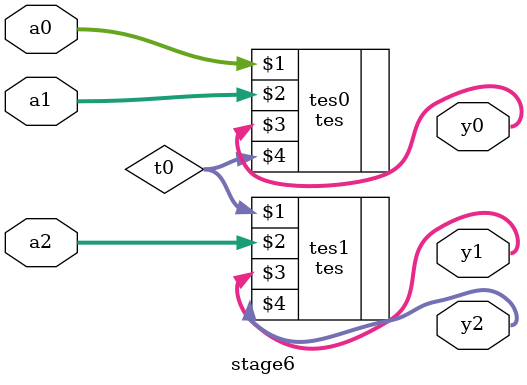
<source format=sv>
/*
	Author : Vishnu Prakash Bharadwaj
	Module : stage6.sv
*/
`include "tes.sv"

module stage6(
	input [7:0] a0,
	input [7:0] a1,
	input [7:0] a2,
	output [7:0] y0,
	output [7:0] y1,
	output [7:0] y2
);
	wire [7:0] t0;

	// module instances
	tes tes0(a0, a1, y0, t0);
	tes tes1(t0, a2, y1, y2);

endmodule


</source>
